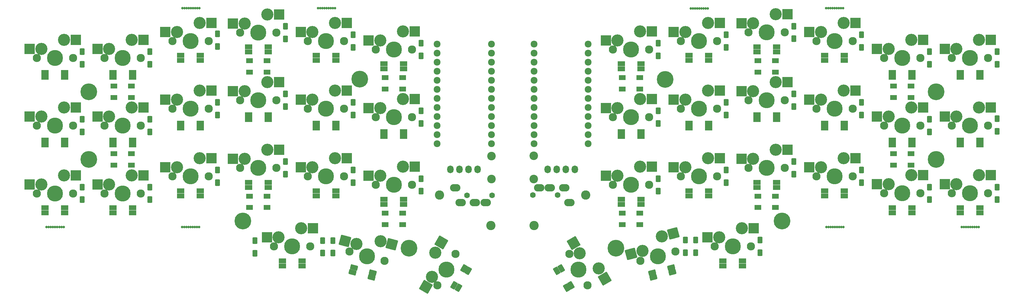
<source format=gbs>
G04 #@! TF.GenerationSoftware,KiCad,Pcbnew,7.0.7-7.0.7~ubuntu22.04.1*
G04 #@! TF.CreationDate,2023-09-02T12:43:52+02:00*
G04 #@! TF.ProjectId,corne-cherry,636f726e-652d-4636-9865-7272792e6b69,3.0.1*
G04 #@! TF.SameCoordinates,Original*
G04 #@! TF.FileFunction,Soldermask,Bot*
G04 #@! TF.FilePolarity,Negative*
%FSLAX46Y46*%
G04 Gerber Fmt 4.6, Leading zero omitted, Abs format (unit mm)*
G04 Created by KiCad (PCBNEW 7.0.7-7.0.7~ubuntu22.04.1) date 2023-09-02 12:43:52*
%MOMM*%
%LPD*%
G01*
G04 APERTURE LIST*
G04 Aperture macros list*
%AMRoundRect*
0 Rectangle with rounded corners*
0 $1 Rounding radius*
0 $2 $3 $4 $5 $6 $7 $8 $9 X,Y pos of 4 corners*
0 Add a 4 corners polygon primitive as box body*
4,1,4,$2,$3,$4,$5,$6,$7,$8,$9,$2,$3,0*
0 Add four circle primitives for the rounded corners*
1,1,$1+$1,$2,$3*
1,1,$1+$1,$4,$5*
1,1,$1+$1,$6,$7*
1,1,$1+$1,$8,$9*
0 Add four rect primitives between the rounded corners*
20,1,$1+$1,$2,$3,$4,$5,0*
20,1,$1+$1,$4,$5,$6,$7,0*
20,1,$1+$1,$6,$7,$8,$9,0*
20,1,$1+$1,$8,$9,$2,$3,0*%
G04 Aperture macros list end*
%ADD10C,1.600000*%
%ADD11O,2.900000X2.100000*%
%ADD12O,1.797000X2.178000*%
%ADD13C,2.400000*%
%ADD14C,3.400000*%
%ADD15C,4.500000*%
%ADD16C,2.300000*%
%ADD17RoundRect,0.200000X1.275000X1.250000X-1.275000X1.250000X-1.275000X-1.250000X1.275000X-1.250000X0*%
%ADD18RoundRect,0.200000X1.555079X0.877413X-0.908032X1.537402X-1.555079X-0.877413X0.908032X-1.537402X0*%
%ADD19RoundRect,0.200000X-0.445032X1.729182X-1.720032X-0.479182X0.445032X-1.729182X1.720032X0.479182X0*%
%ADD20RoundRect,0.200000X1.720032X-0.479182X0.445032X1.729182X-1.720032X0.479182X-0.445032X-1.729182X0*%
%ADD21RoundRect,0.200000X0.908032X1.537402X-1.555079X0.877413X-0.908032X-1.537402X1.555079X-0.877413X0*%
%ADD22C,4.700000*%
%ADD23C,2.600000*%
%ADD24C,1.924000*%
%ADD25C,0.700000*%
%ADD26RoundRect,0.200000X0.500000X-0.700000X0.500000X0.700000X-0.500000X0.700000X-0.500000X-0.700000X0*%
%ADD27RoundRect,0.200000X-0.850000X-0.500000X0.850000X-0.500000X0.850000X0.500000X-0.850000X0.500000X0*%
%ADD28RoundRect,0.200000X0.008013X-0.986122X0.858013X0.486122X-0.008013X0.986122X-0.858013X-0.486122X0*%
%ADD29RoundRect,0.200000X0.750000X0.500000X-0.750000X0.500000X-0.750000X-0.500000X0.750000X-0.500000X0*%
%ADD30RoundRect,0.200000X-0.691627X-0.702959X0.950446X-0.262967X0.691627X0.702959X-0.950446X0.262967X0*%
%ADD31RoundRect,0.200000X-0.950446X-0.262967X0.691627X-0.702959X0.950446X0.262967X-0.691627X0.702959X0*%
%ADD32RoundRect,0.200000X-0.858013X0.486122X-0.008013X-0.986122X0.858013X-0.486122X0.008013X0.986122X0*%
G04 APERTURE END LIST*
D10*
X135634500Y-74292000D03*
X142634500Y-74292000D03*
D11*
X132334500Y-72192000D03*
X140834500Y-76392000D03*
X137834500Y-76392000D03*
X133834500Y-76392000D03*
D12*
X130948500Y-67028000D03*
X133488500Y-67028000D03*
X136028500Y-67028000D03*
X138568500Y-67028000D03*
D13*
X142424500Y-69781000D03*
X142424500Y-63281000D03*
D14*
X41647500Y-30700000D03*
D15*
X39107500Y-35780000D03*
D16*
X34027500Y-35780000D03*
X44187500Y-35780000D03*
D14*
X35297500Y-33240000D03*
D17*
X32022500Y-33240000D03*
X44949500Y-30700000D03*
D16*
X63187500Y-31030000D03*
D14*
X54297500Y-28490000D03*
D15*
X58107500Y-31030000D03*
D14*
X60647500Y-25950000D03*
D16*
X53027500Y-31030000D03*
D17*
X51022500Y-28490000D03*
X63949500Y-25950000D03*
D16*
X82187500Y-28655000D03*
X72027500Y-28655000D03*
D14*
X73297500Y-26115000D03*
X79647500Y-23575000D03*
D15*
X77107500Y-28655000D03*
D17*
X70022500Y-26115000D03*
X82949500Y-23575000D03*
D16*
X91027500Y-31030000D03*
D14*
X92297500Y-28490000D03*
X98647500Y-25950000D03*
D16*
X101187500Y-31030000D03*
D15*
X96107500Y-31030000D03*
D17*
X89022500Y-28490000D03*
X101949500Y-25950000D03*
D14*
X22647500Y-49700000D03*
X16297500Y-52240000D03*
D16*
X15027500Y-54780000D03*
X25187500Y-54780000D03*
D15*
X20107500Y-54780000D03*
D17*
X13022500Y-52240000D03*
X25949500Y-49700000D03*
D16*
X44187500Y-54780000D03*
D14*
X41647500Y-49700000D03*
D15*
X39107500Y-54780000D03*
D14*
X35297500Y-52240000D03*
D16*
X34027500Y-54780000D03*
D17*
X32022500Y-52240000D03*
X44949500Y-49700000D03*
D16*
X63187500Y-50030000D03*
D14*
X54297500Y-47490000D03*
D16*
X53027500Y-50030000D03*
D15*
X58107500Y-50030000D03*
D14*
X60647500Y-44950000D03*
D17*
X51022500Y-47490000D03*
X63949500Y-44950000D03*
D16*
X82187500Y-47655000D03*
X72027500Y-47655000D03*
D14*
X79647500Y-42575000D03*
X73297500Y-45115000D03*
D15*
X77107500Y-47655000D03*
D17*
X70022500Y-45115000D03*
X82949500Y-42575000D03*
D16*
X101187500Y-50030000D03*
D14*
X98647500Y-44950000D03*
X92297500Y-47490000D03*
D15*
X96107500Y-50030000D03*
D16*
X91027500Y-50030000D03*
D17*
X89022500Y-47490000D03*
X101949500Y-44950000D03*
D16*
X110027500Y-52405000D03*
D14*
X117647500Y-47325000D03*
X111297500Y-49865000D03*
D15*
X115107500Y-52405000D03*
D16*
X120187500Y-52405000D03*
D17*
X108022500Y-49865000D03*
X120949500Y-47325000D03*
D14*
X16297500Y-71240000D03*
D16*
X15027500Y-73780000D03*
X25187500Y-73780000D03*
D15*
X20107500Y-73780000D03*
D14*
X22647500Y-68700000D03*
D17*
X13022500Y-71240000D03*
X25949500Y-68700000D03*
D16*
X34027500Y-73780000D03*
X44187500Y-73780000D03*
D14*
X35297500Y-71240000D03*
D15*
X39107500Y-73780000D03*
D14*
X41647500Y-68700000D03*
D17*
X32022500Y-71240000D03*
X44949500Y-68700000D03*
D16*
X63187500Y-69030000D03*
D14*
X60647500Y-63950000D03*
X54297500Y-66490000D03*
D15*
X58107500Y-69030000D03*
D16*
X53027500Y-69030000D03*
D17*
X51022500Y-66490000D03*
X63949500Y-63950000D03*
D14*
X73297500Y-64115000D03*
X79647500Y-61575000D03*
D15*
X77107500Y-66655000D03*
D16*
X82187500Y-66655000D03*
X72027500Y-66655000D03*
D17*
X70022500Y-64115000D03*
X82949500Y-61575000D03*
D16*
X91027500Y-69030000D03*
D14*
X92297500Y-66490000D03*
D16*
X101187500Y-69030000D03*
D14*
X98647500Y-63950000D03*
D15*
X96107500Y-69030000D03*
D17*
X89022500Y-66490000D03*
X101949500Y-63950000D03*
D14*
X117647500Y-66325000D03*
D16*
X110027500Y-71405000D03*
X120187500Y-71405000D03*
D14*
X111297500Y-68865000D03*
D15*
X115107500Y-71405000D03*
D17*
X108022500Y-68865000D03*
X120949500Y-66325000D03*
D14*
X82797500Y-86115000D03*
D16*
X91687500Y-88655000D03*
D15*
X86607500Y-88655000D03*
D16*
X81527500Y-88655000D03*
D14*
X89147500Y-83575000D03*
D17*
X79522500Y-86115000D03*
X92449500Y-83575000D03*
D16*
X102700597Y-90090199D03*
D14*
X111375752Y-87155497D03*
X104584723Y-87965448D03*
D16*
X112514403Y-92719801D03*
D15*
X107607500Y-91405000D03*
D18*
X101421316Y-87117815D03*
X114565239Y-88010118D03*
D14*
X126728091Y-90415295D03*
D16*
X132397500Y-90755591D03*
X127317500Y-99554409D03*
D14*
X125752795Y-97184557D03*
D15*
X129857500Y-95155000D03*
D19*
X124115295Y-100020790D03*
X128379091Y-87555680D03*
D16*
X164324500Y-90750591D03*
D15*
X166864500Y-95150000D03*
D14*
X172533909Y-94809705D03*
X167159205Y-90580443D03*
D16*
X169404500Y-99549409D03*
D20*
X165521705Y-87744210D03*
X174184909Y-97669320D03*
D10*
X161037500Y-74270000D03*
X154037500Y-74270000D03*
D11*
X164337500Y-76370000D03*
X155837500Y-72170000D03*
X158837500Y-72170000D03*
X162837500Y-72170000D03*
D12*
X158177500Y-67020000D03*
X160717500Y-67020000D03*
X163257500Y-67020000D03*
X165797500Y-67020000D03*
D13*
X154304500Y-69772000D03*
X154304500Y-63272000D03*
D14*
X215804500Y-64110000D03*
X222154500Y-61570000D03*
D16*
X224694500Y-66650000D03*
X214534500Y-66650000D03*
D15*
X219614500Y-66650000D03*
D17*
X212529500Y-64110000D03*
X225456500Y-61570000D03*
D14*
X203154500Y-63945000D03*
X196804500Y-66485000D03*
D16*
X195534500Y-69025000D03*
D15*
X200614500Y-69025000D03*
D16*
X205694500Y-69025000D03*
D17*
X193529500Y-66485000D03*
X206456500Y-63945000D03*
D16*
X186694500Y-71400000D03*
D14*
X184154500Y-66320000D03*
D16*
X176534500Y-71400000D03*
D14*
X177804500Y-68860000D03*
D15*
X181614500Y-71400000D03*
D17*
X174529500Y-68860000D03*
X187456500Y-66320000D03*
D14*
X206304500Y-86110000D03*
D15*
X210114500Y-88650000D03*
D16*
X215194500Y-88650000D03*
D14*
X212654500Y-83570000D03*
D16*
X205034500Y-88650000D03*
D17*
X203029500Y-86110000D03*
X215956500Y-83570000D03*
D14*
X184776922Y-89932649D03*
D16*
X194021403Y-90085199D03*
X184207597Y-92714801D03*
D15*
X189114500Y-91400000D03*
D14*
X190253151Y-85835696D03*
D21*
X181613515Y-90780281D03*
X193442638Y-84981076D03*
D14*
X222154500Y-23570000D03*
D15*
X219614500Y-28650000D03*
D16*
X214534500Y-28650000D03*
D14*
X215804500Y-26110000D03*
D16*
X224694500Y-28650000D03*
D17*
X212529500Y-26110000D03*
X225456500Y-23570000D03*
D16*
X205694500Y-31025000D03*
D14*
X196804500Y-28485000D03*
D16*
X195534500Y-31025000D03*
D14*
X203154500Y-25945000D03*
D15*
X200614500Y-31025000D03*
D17*
X193529500Y-28485000D03*
X206456500Y-25945000D03*
D16*
X271534500Y-54775000D03*
D15*
X276614500Y-54775000D03*
D14*
X279154500Y-49695000D03*
D16*
X281694500Y-54775000D03*
D14*
X272804500Y-52235000D03*
D17*
X269529500Y-52235000D03*
X282456500Y-49695000D03*
D14*
X241154500Y-25945000D03*
D15*
X238614500Y-31025000D03*
D16*
X233534500Y-31025000D03*
X243694500Y-31025000D03*
D14*
X234804500Y-28485000D03*
D17*
X231529500Y-28485000D03*
X244456500Y-25945000D03*
D16*
X252534500Y-54775000D03*
D14*
X253804500Y-52235000D03*
X260154500Y-49695000D03*
D16*
X262694500Y-54775000D03*
D15*
X257614500Y-54775000D03*
D17*
X250529500Y-52235000D03*
X263456500Y-49695000D03*
D16*
X252534500Y-73775000D03*
D14*
X260154500Y-68695000D03*
X253804500Y-71235000D03*
D15*
X257614500Y-73775000D03*
D16*
X262694500Y-73775000D03*
D17*
X250529500Y-71235000D03*
X263456500Y-68695000D03*
D14*
X234804500Y-66485000D03*
D16*
X233534500Y-69025000D03*
D14*
X241154500Y-63945000D03*
D16*
X243694500Y-69025000D03*
D15*
X238614500Y-69025000D03*
D17*
X231529500Y-66485000D03*
X244456500Y-63945000D03*
D16*
X281694500Y-35775000D03*
D14*
X272804500Y-33235000D03*
D15*
X276614500Y-35775000D03*
D14*
X279154500Y-30695000D03*
D16*
X271534500Y-35775000D03*
D17*
X269529500Y-33235000D03*
X282456500Y-30695000D03*
D14*
X260154500Y-30695000D03*
D15*
X257614500Y-35775000D03*
D14*
X253804500Y-33235000D03*
D16*
X252534500Y-35775000D03*
X262694500Y-35775000D03*
D17*
X250529500Y-33235000D03*
X263456500Y-30695000D03*
D16*
X233534500Y-50025000D03*
D15*
X238614500Y-50025000D03*
D14*
X234804500Y-47485000D03*
D16*
X243694500Y-50025000D03*
D14*
X241154500Y-44945000D03*
D17*
X231529500Y-47485000D03*
X244456500Y-44945000D03*
D16*
X214534500Y-47650000D03*
D14*
X222154500Y-42570000D03*
D15*
X219614500Y-47650000D03*
D16*
X224694500Y-47650000D03*
D14*
X215804500Y-45110000D03*
D17*
X212529500Y-45110000D03*
X225456500Y-42570000D03*
D14*
X196804500Y-47485000D03*
X203154500Y-44945000D03*
D16*
X195534500Y-50025000D03*
X205694500Y-50025000D03*
D15*
X200614500Y-50025000D03*
D17*
X193529500Y-47485000D03*
X206456500Y-44945000D03*
D14*
X177804500Y-49860000D03*
D15*
X181614500Y-52400000D03*
D14*
X184154500Y-47320000D03*
D16*
X186694500Y-52400000D03*
X176534500Y-52400000D03*
D17*
X174529500Y-49860000D03*
X187456500Y-47320000D03*
D16*
X271534500Y-73775000D03*
D14*
X272804500Y-71235000D03*
D16*
X281694500Y-73775000D03*
D14*
X279154500Y-68695000D03*
D15*
X276614500Y-73775000D03*
D17*
X269529500Y-71235000D03*
X282456500Y-68695000D03*
D14*
X16297500Y-33240000D03*
D15*
X20107500Y-35780000D03*
D16*
X25187500Y-35780000D03*
D14*
X22647500Y-30700000D03*
D16*
X15027500Y-35780000D03*
D17*
X13022500Y-33240000D03*
X25949500Y-30700000D03*
D22*
X105575500Y-41765500D03*
X72764500Y-81520500D03*
X119330500Y-89135000D03*
D23*
X127869500Y-74254000D03*
X142301500Y-82775000D03*
D22*
X177389500Y-89145000D03*
X223955500Y-81530500D03*
X267099500Y-45265500D03*
X191144500Y-41775500D03*
D16*
X120187500Y-33405000D03*
D14*
X117647500Y-28325000D03*
D16*
X110027500Y-33405000D03*
D14*
X111297500Y-30865000D03*
D15*
X115107500Y-33405000D03*
D17*
X108022500Y-30865000D03*
X120949500Y-28325000D03*
D16*
X176527500Y-33405000D03*
D15*
X181607500Y-33405000D03*
D14*
X177797500Y-30865000D03*
D16*
X186687500Y-33405000D03*
D14*
X184147500Y-28325000D03*
D17*
X174522500Y-30865000D03*
X187449500Y-28325000D03*
D22*
X29607500Y-64280000D03*
D24*
X142423900Y-31942000D03*
X142423900Y-34482000D03*
X142423900Y-37022000D03*
X142423900Y-39562000D03*
X142423900Y-42102000D03*
X142423900Y-44642000D03*
X142423900Y-47182000D03*
X142423900Y-49722000D03*
X142423900Y-52262000D03*
X142423900Y-54802000D03*
X142423900Y-57342000D03*
X142423900Y-59882000D03*
X127203900Y-59882000D03*
X127203900Y-57342000D03*
X127203900Y-54802000D03*
X127203900Y-52262000D03*
X127203900Y-49722000D03*
X127203900Y-47182000D03*
X127203900Y-44642000D03*
X127203900Y-42102000D03*
X127203900Y-39562000D03*
X127203900Y-37022000D03*
X127203900Y-34482000D03*
X127203900Y-31942000D03*
X169598900Y-31912000D03*
X169598900Y-34452000D03*
X169598900Y-36992000D03*
X169598900Y-39532000D03*
X169598900Y-42072000D03*
X169598900Y-44612000D03*
X169598900Y-47152000D03*
X169598900Y-49692000D03*
X169598900Y-52232000D03*
X169598900Y-54772000D03*
X169598900Y-57312000D03*
X169598900Y-59852000D03*
X154378900Y-59852000D03*
X154378900Y-57312000D03*
X154378900Y-54772000D03*
X154378900Y-52232000D03*
X154378900Y-49692000D03*
X154378900Y-47152000D03*
X154378900Y-44612000D03*
X154378900Y-42072000D03*
X154378900Y-39532000D03*
X154378900Y-36992000D03*
X154378900Y-34452000D03*
X154378900Y-31912000D03*
D22*
X29607500Y-45280000D03*
D25*
X56455500Y-21869000D03*
X55861750Y-21869000D03*
X58830500Y-21869000D03*
X57049250Y-21869000D03*
X60018000Y-21869000D03*
X60611750Y-21869000D03*
X57643000Y-21869000D03*
X58236750Y-21869000D03*
X59424250Y-21869000D03*
X95020000Y-21873000D03*
X98582500Y-21873000D03*
X96801250Y-21873000D03*
X95613750Y-21873000D03*
X97988750Y-21873000D03*
X93832500Y-21873000D03*
X94426250Y-21873000D03*
X97395000Y-21873000D03*
X96207500Y-21873000D03*
X18381250Y-83176000D03*
X22537500Y-83176000D03*
X20162500Y-83176000D03*
X17787500Y-83176000D03*
X21350000Y-83176000D03*
X19568750Y-83176000D03*
X20756250Y-83176000D03*
X18975000Y-83176000D03*
X21943750Y-83176000D03*
X56342250Y-83178000D03*
X59904750Y-83178000D03*
X56936000Y-83178000D03*
X57529750Y-83178000D03*
X60498500Y-83178000D03*
X58717250Y-83178000D03*
X59311000Y-83178000D03*
X55748500Y-83178000D03*
X58123500Y-83178000D03*
D26*
X27734500Y-37551875D03*
X27734500Y-34001875D03*
X46734500Y-37555000D03*
X46734500Y-34005000D03*
X65707500Y-32555000D03*
X65707500Y-29005000D03*
X84707500Y-30430000D03*
X84707500Y-26880000D03*
X103707500Y-32805000D03*
X103707500Y-29255000D03*
X122707500Y-35180000D03*
X122707500Y-31630000D03*
X27734500Y-56551875D03*
X27734500Y-53001875D03*
X46734500Y-56555000D03*
X46734500Y-53005000D03*
X65707500Y-51805000D03*
X65707500Y-48255000D03*
X84707500Y-49430000D03*
X84707500Y-45880000D03*
X103707500Y-51805000D03*
X103707500Y-48255000D03*
X122707500Y-54180000D03*
X122707500Y-50630000D03*
X27734500Y-75551875D03*
X27734500Y-72001875D03*
X46734500Y-75555000D03*
X46734500Y-72005000D03*
X65707500Y-70805000D03*
X65707500Y-67255000D03*
X84707500Y-68430000D03*
X84707500Y-64880000D03*
X103707500Y-70805000D03*
X103707500Y-67255000D03*
X122707500Y-73180000D03*
X122707500Y-69630000D03*
X76157500Y-90545000D03*
X76157500Y-86995000D03*
X95164500Y-90540000D03*
X95164500Y-86990000D03*
X98007500Y-90540000D03*
X98007500Y-86990000D03*
D27*
X22857500Y-41230000D03*
X22857500Y-39830000D03*
X17357500Y-39830000D03*
X17357500Y-41230000D03*
X41857500Y-41230000D03*
X41857500Y-39830000D03*
X36357500Y-39830000D03*
X36357500Y-41230000D03*
X60857500Y-36480000D03*
X60857500Y-35080000D03*
X55357500Y-35080000D03*
X55357500Y-36480000D03*
X79857500Y-34105000D03*
X79857500Y-32705000D03*
X74357500Y-32705000D03*
X74357500Y-34105000D03*
X98857500Y-36480000D03*
X98857500Y-35080000D03*
X93357500Y-35080000D03*
X93357500Y-36480000D03*
X117857500Y-38855000D03*
X117857500Y-37455000D03*
X112357500Y-37455000D03*
X112357500Y-38855000D03*
X22857500Y-60230000D03*
X22857500Y-58830000D03*
X17357500Y-58830000D03*
X17357500Y-60230000D03*
X41857500Y-60230000D03*
X41857500Y-58830000D03*
X36357500Y-58830000D03*
X36357500Y-60230000D03*
X60857500Y-55480000D03*
X60857500Y-54080000D03*
X55357500Y-54080000D03*
X55357500Y-55480000D03*
X79857500Y-53105000D03*
X79857500Y-51705000D03*
X74357500Y-51705000D03*
X74357500Y-53105000D03*
X98857500Y-55480000D03*
X98857500Y-54080000D03*
X93357500Y-54080000D03*
X93357500Y-55480000D03*
X117857500Y-57855000D03*
X117857500Y-56455000D03*
X112357500Y-56455000D03*
X112357500Y-57855000D03*
X22857500Y-79230000D03*
X22857500Y-77830000D03*
X17357500Y-77830000D03*
X17357500Y-79230000D03*
X41857500Y-79230000D03*
X41857500Y-77830000D03*
X36357500Y-77830000D03*
X36357500Y-79230000D03*
X60857500Y-74480000D03*
X60857500Y-73080000D03*
X55357500Y-73080000D03*
X55357500Y-74480000D03*
X79857500Y-72105000D03*
X79857500Y-70705000D03*
X74357500Y-70705000D03*
X74357500Y-72105000D03*
X117857500Y-76855000D03*
X117857500Y-75455000D03*
X112357500Y-75455000D03*
X112357500Y-76855000D03*
D28*
X135952339Y-95498430D03*
X134739903Y-94798430D03*
X131989903Y-99561570D03*
X133202339Y-100261570D03*
D29*
X41557500Y-43680000D03*
X41557500Y-46880000D03*
X36657500Y-46880000D03*
X36657500Y-43680000D03*
X79557500Y-36555000D03*
X79557500Y-39755000D03*
X74657500Y-39755000D03*
X74657500Y-36555000D03*
X117557500Y-41305000D03*
X117557500Y-44505000D03*
X112657500Y-44505000D03*
X112657500Y-41305000D03*
X79557500Y-74555000D03*
X79557500Y-77755000D03*
X74657500Y-77755000D03*
X74657500Y-74555000D03*
X117557500Y-79305000D03*
X117557500Y-82505000D03*
X112657500Y-82505000D03*
X112657500Y-79305000D03*
X260057500Y-43680000D03*
X260057500Y-46880000D03*
X255157500Y-46880000D03*
X255157500Y-43680000D03*
X222057500Y-36555000D03*
X222057500Y-39755000D03*
X217157500Y-39755000D03*
X217157500Y-36555000D03*
X184057500Y-41305000D03*
X184057500Y-44505000D03*
X179157500Y-44505000D03*
X179157500Y-41305000D03*
X260057500Y-62680000D03*
X260057500Y-65880000D03*
X255157500Y-65880000D03*
X255157500Y-62680000D03*
X222057500Y-74555000D03*
X222057500Y-77755000D03*
X217157500Y-77755000D03*
X217157500Y-74555000D03*
X184057500Y-79305000D03*
X184057500Y-82505000D03*
X179157500Y-82505000D03*
X179157500Y-79305000D03*
D27*
X222357500Y-53105000D03*
X222357500Y-51705000D03*
X216857500Y-51705000D03*
X216857500Y-53105000D03*
X203357500Y-55480000D03*
X203357500Y-54080000D03*
X197857500Y-54080000D03*
X197857500Y-55480000D03*
X184357500Y-57855000D03*
X184357500Y-56455000D03*
X178857500Y-56455000D03*
X178857500Y-57855000D03*
X279357500Y-79230000D03*
X279357500Y-77830000D03*
X273857500Y-77830000D03*
X273857500Y-79230000D03*
X260357500Y-79230000D03*
X260357500Y-77830000D03*
X254857500Y-77830000D03*
X254857500Y-79230000D03*
X241357500Y-74480000D03*
X241357500Y-73080000D03*
X235857500Y-73080000D03*
X235857500Y-74480000D03*
X222357500Y-72105000D03*
X222357500Y-70705000D03*
X216857500Y-70705000D03*
X216857500Y-72105000D03*
X203357500Y-74480000D03*
X203357500Y-73080000D03*
X197857500Y-73080000D03*
X197857500Y-74480000D03*
X184357500Y-76855000D03*
X184357500Y-75455000D03*
X178857500Y-75455000D03*
X178857500Y-76855000D03*
X212857500Y-94105000D03*
X212857500Y-92705000D03*
X207357500Y-92705000D03*
X207357500Y-94105000D03*
D30*
X193181359Y-95952544D03*
X192819013Y-94600248D03*
X187506421Y-96023752D03*
X187868767Y-97376048D03*
D26*
X265214500Y-37550000D03*
X265214500Y-34000000D03*
X246214500Y-32800000D03*
X246214500Y-29250000D03*
X227214500Y-30425000D03*
X227214500Y-26875000D03*
X189207500Y-35180000D03*
X189207500Y-31630000D03*
X284214500Y-56400000D03*
X284214500Y-52850000D03*
X265214500Y-56550000D03*
X265214500Y-53000000D03*
X246214500Y-51800000D03*
X246214500Y-48250000D03*
X227214500Y-49425000D03*
X227214500Y-45875000D03*
X208214500Y-51800000D03*
X208214500Y-48250000D03*
X189207500Y-54180000D03*
X189207500Y-50630000D03*
X284214500Y-75550000D03*
X284214500Y-72000000D03*
X265214500Y-75550000D03*
X265214500Y-72000000D03*
X246214500Y-70800000D03*
X246214500Y-67250000D03*
X227214500Y-68425000D03*
X227214500Y-64875000D03*
X208214500Y-70800000D03*
X208214500Y-67250000D03*
X189207500Y-73180000D03*
X189207500Y-69630000D03*
X217714500Y-90410000D03*
X217714500Y-86860000D03*
X199664500Y-90425000D03*
X199664500Y-86875000D03*
X196814500Y-90425000D03*
X196814500Y-86875000D03*
X284214500Y-37550000D03*
X284214500Y-34000000D03*
X208214500Y-32800000D03*
X208214500Y-29250000D03*
D27*
X89357500Y-94105000D03*
X89357500Y-92705000D03*
X83857500Y-92705000D03*
X83857500Y-94105000D03*
D31*
X108853233Y-97381048D03*
X109215579Y-96028752D03*
X103902987Y-94605248D03*
X103540641Y-95957544D03*
D29*
X41557500Y-62680000D03*
X41557500Y-65880000D03*
X36657500Y-65880000D03*
X36657500Y-62680000D03*
D27*
X98857500Y-74480000D03*
X98857500Y-73080000D03*
X93357500Y-73080000D03*
X93357500Y-74480000D03*
X279357500Y-41230000D03*
X279357500Y-39830000D03*
X273857500Y-39830000D03*
X273857500Y-41230000D03*
X260357500Y-41230000D03*
X260357500Y-39830000D03*
X254857500Y-39830000D03*
X254857500Y-41230000D03*
X241357500Y-36480000D03*
X241357500Y-35080000D03*
X235857500Y-35080000D03*
X235857500Y-36480000D03*
X222357500Y-34105000D03*
X222357500Y-32705000D03*
X216857500Y-32705000D03*
X216857500Y-34105000D03*
X203357500Y-36480000D03*
X203357500Y-35080000D03*
X197857500Y-35080000D03*
X197857500Y-36480000D03*
X184357500Y-38855000D03*
X184357500Y-37455000D03*
X178857500Y-37455000D03*
X178857500Y-38855000D03*
X279357500Y-60230000D03*
X279357500Y-58830000D03*
X273857500Y-58830000D03*
X273857500Y-60230000D03*
X260357500Y-60230000D03*
X260357500Y-58830000D03*
X254857500Y-58830000D03*
X254857500Y-60230000D03*
X241357500Y-55480000D03*
X241357500Y-54080000D03*
X235857500Y-54080000D03*
X235857500Y-55480000D03*
D23*
X154418500Y-82785000D03*
D22*
X267099500Y-64265500D03*
D23*
X168850500Y-74264000D03*
D32*
X163519661Y-100256570D03*
X164732097Y-99556570D03*
X161982097Y-94793430D03*
X160769661Y-95493430D03*
D25*
X276061750Y-83183000D03*
X274874250Y-83183000D03*
X277249250Y-83183000D03*
X275468000Y-83183000D03*
X274280500Y-83183000D03*
X277843000Y-83183000D03*
X279030500Y-83183000D03*
X278436750Y-83183000D03*
X276655500Y-83183000D03*
X200143750Y-21885000D03*
X202518750Y-21885000D03*
X198956250Y-21885000D03*
X203112500Y-21885000D03*
X198362500Y-21885000D03*
X201925000Y-21885000D03*
X199550000Y-21885000D03*
X200737500Y-21885000D03*
X201331250Y-21885000D03*
X241024500Y-21870000D03*
X240430750Y-21870000D03*
X239243250Y-21870000D03*
X236868250Y-21870000D03*
X236274500Y-21870000D03*
X238649500Y-21870000D03*
X238055750Y-21870000D03*
X239837000Y-21870000D03*
X237462000Y-21870000D03*
X236960250Y-83193000D03*
X236366500Y-83193000D03*
X237554000Y-83193000D03*
X241116500Y-83193000D03*
X238741500Y-83193000D03*
X238147750Y-83193000D03*
X239335250Y-83193000D03*
X240522750Y-83193000D03*
X239929000Y-83193000D03*
M02*

</source>
